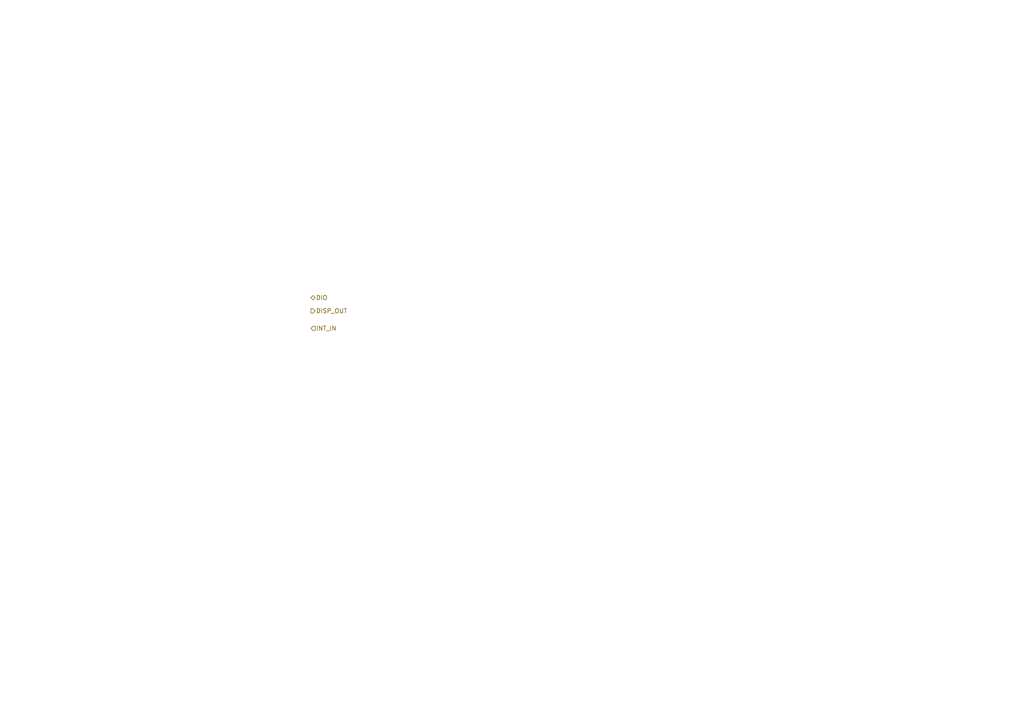
<source format=kicad_sch>
(kicad_sch
	(version 20231120)
	(generator "eeschema")
	(generator_version "8.0")
	(uuid "c3122e71-6f54-4ac6-9fad-b9086a16000c")
	(paper "A4")
	(lib_symbols)
	(hierarchical_label "DISP_OUT"
		(shape output)
		(at 90.17 90.17 0)
		(fields_autoplaced yes)
		(effects
			(font
				(size 1.27 1.27)
			)
			(justify left)
		)
		(uuid "04947f59-9c07-4509-befc-71c7d40ec0e2")
	)
	(hierarchical_label "DIO"
		(shape bidirectional)
		(at 90.17 86.36 0)
		(fields_autoplaced yes)
		(effects
			(font
				(size 1.27 1.27)
			)
			(justify left)
		)
		(uuid "406cbdc7-c5e4-4ba7-afc3-e8773ad80938")
	)
	(hierarchical_label "INT_IN"
		(shape input)
		(at 90.17 95.25 0)
		(fields_autoplaced yes)
		(effects
			(font
				(size 1.27 1.27)
			)
			(justify left)
		)
		(uuid "f85c6a69-d35e-4f20-b92a-f21e95297585")
	)
)
</source>
